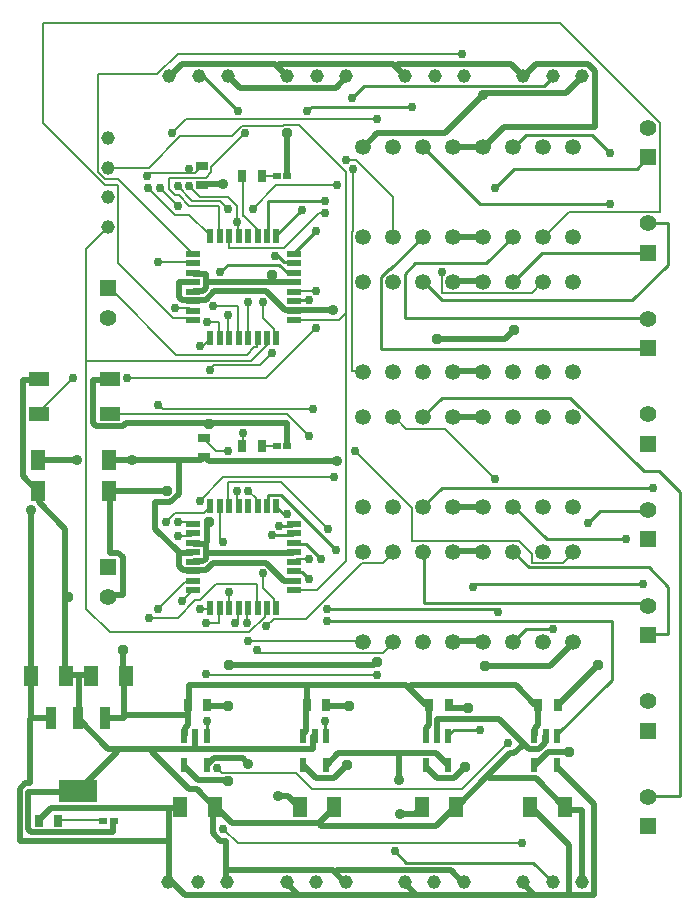
<source format=gbr>
G04 EAGLE Gerber RS-274X export*
G75*
%MOMM*%
%FSLAX34Y34*%
%LPD*%
%INTop Copper*%
%IPPOS*%
%AMOC8*
5,1,8,0,0,1.08239X$1,22.5*%
G01*
G04 Define Apertures*
%ADD10R,1.164600X1.815300*%
%ADD11R,1.188700X1.795500*%
%ADD12R,0.700000X0.500000*%
%ADD13C,1.343400*%
%ADD14R,0.897900X1.860300*%
%ADD15R,3.189100X1.860300*%
%ADD16R,1.270000X0.558800*%
%ADD17R,0.558800X1.270000*%
%ADD18R,1.408000X1.408000*%
%ADD19C,1.408000*%
%ADD20C,1.148000*%
%ADD21R,0.798700X0.973900*%
%ADD22R,0.973900X0.798700*%
%ADD23R,0.597100X1.186400*%
%ADD24R,1.815300X1.164600*%
%ADD25C,0.500000*%
%ADD26C,0.906400*%
%ADD27C,0.550000*%
%ADD28C,0.956400*%
%ADD29C,0.152400*%
%ADD30C,0.756400*%
%ADD31C,0.250000*%
D10*
X103654Y262900D03*
X74146Y262900D03*
X23346Y262900D03*
X52854Y262900D03*
X149785Y152400D03*
X179293Y152400D03*
D11*
X29700Y446099D03*
X29700Y419901D03*
D10*
X250772Y152400D03*
X280280Y152400D03*
X354120Y152400D03*
X383628Y152400D03*
D11*
X89700Y446099D03*
X89700Y419901D03*
D10*
X446333Y152400D03*
X475841Y152400D03*
D12*
X93400Y140500D03*
X84400Y140500D03*
X240400Y686100D03*
X231400Y686100D03*
X240400Y457500D03*
X231400Y457500D03*
D13*
X304800Y292100D03*
X330200Y292100D03*
X355600Y292100D03*
X381000Y292100D03*
X406400Y292100D03*
X431800Y292100D03*
X457200Y292100D03*
X482600Y292100D03*
X482600Y368300D03*
X457200Y368300D03*
X431800Y368300D03*
X406400Y368300D03*
X381000Y368300D03*
X355600Y368300D03*
X330200Y368300D03*
X304800Y368300D03*
D14*
X86500Y227450D03*
X63500Y227450D03*
X40500Y227450D03*
D15*
X63500Y165950D03*
D16*
X160274Y620300D03*
X160274Y612300D03*
X160274Y604300D03*
X160274Y596300D03*
X160274Y588300D03*
X160274Y580300D03*
X160274Y572300D03*
X160274Y564300D03*
D17*
X175200Y549374D03*
X183200Y549374D03*
X191200Y549374D03*
X199200Y549374D03*
X207200Y549374D03*
X215200Y549374D03*
X223200Y549374D03*
X231200Y549374D03*
D16*
X246126Y564300D03*
X246126Y572300D03*
X246126Y580300D03*
X246126Y588300D03*
X246126Y596300D03*
X246126Y604300D03*
X246126Y612300D03*
X246126Y620300D03*
D17*
X231200Y635226D03*
X223200Y635226D03*
X215200Y635226D03*
X207200Y635226D03*
X199200Y635226D03*
X191200Y635226D03*
X183200Y635226D03*
X175200Y635226D03*
D13*
X304800Y635000D03*
X330200Y635000D03*
X355600Y635000D03*
X381000Y635000D03*
X406400Y635000D03*
X431800Y635000D03*
X457200Y635000D03*
X482600Y635000D03*
X482600Y711200D03*
X457200Y711200D03*
X431800Y711200D03*
X406400Y711200D03*
X381000Y711200D03*
X355600Y711200D03*
X330200Y711200D03*
X304800Y711200D03*
X304800Y520700D03*
X330200Y520700D03*
X355600Y520700D03*
X381000Y520700D03*
X406400Y520700D03*
X431800Y520700D03*
X457200Y520700D03*
X482600Y520700D03*
X482600Y596900D03*
X457200Y596900D03*
X431800Y596900D03*
X406400Y596900D03*
X381000Y596900D03*
X355600Y596900D03*
X330200Y596900D03*
X304800Y596900D03*
D16*
X160274Y391700D03*
X160274Y383700D03*
X160274Y375700D03*
X160274Y367700D03*
X160274Y359700D03*
X160274Y351700D03*
X160274Y343700D03*
X160274Y335700D03*
D17*
X175200Y320774D03*
X183200Y320774D03*
X191200Y320774D03*
X199200Y320774D03*
X207200Y320774D03*
X215200Y320774D03*
X223200Y320774D03*
X231200Y320774D03*
D16*
X246126Y335700D03*
X246126Y343700D03*
X246126Y351700D03*
X246126Y359700D03*
X246126Y367700D03*
X246126Y375700D03*
X246126Y383700D03*
X246126Y391700D03*
D17*
X231200Y406626D03*
X223200Y406626D03*
X215200Y406626D03*
X207200Y406626D03*
X199200Y406626D03*
X191200Y406626D03*
X183200Y406626D03*
X175200Y406626D03*
D13*
X304800Y406400D03*
X330200Y406400D03*
X355600Y406400D03*
X381000Y406400D03*
X406400Y406400D03*
X431800Y406400D03*
X457200Y406400D03*
X482600Y406400D03*
X482600Y482600D03*
X457200Y482600D03*
X431800Y482600D03*
X406400Y482600D03*
X381000Y482600D03*
X355600Y482600D03*
X330200Y482600D03*
X304800Y482600D03*
D18*
X546100Y702400D03*
D19*
X546100Y727400D03*
D18*
X546100Y621457D03*
D19*
X546100Y646457D03*
D18*
X546100Y540514D03*
D19*
X546100Y565514D03*
D18*
X546100Y459571D03*
D19*
X546100Y484571D03*
D18*
X546100Y378629D03*
D19*
X546100Y403629D03*
D18*
X546100Y297686D03*
D19*
X546100Y322686D03*
D18*
X546100Y216743D03*
D19*
X546100Y241743D03*
D18*
X546100Y135800D03*
D19*
X546100Y160800D03*
D20*
X190300Y771100D03*
X165300Y771100D03*
X140300Y771100D03*
X290200Y771100D03*
X265200Y771100D03*
X240200Y771100D03*
X390100Y771100D03*
X365100Y771100D03*
X340100Y771100D03*
X490000Y771100D03*
X465000Y771100D03*
X440000Y771100D03*
X139700Y88200D03*
X164700Y88200D03*
X189700Y88200D03*
X239800Y88200D03*
X264800Y88200D03*
X289800Y88200D03*
X339900Y88200D03*
X364900Y88200D03*
X389900Y88200D03*
X440000Y88200D03*
X465000Y88200D03*
X490000Y88200D03*
D18*
X88900Y355300D03*
D19*
X88900Y330300D03*
D21*
X46252Y140500D03*
X29948Y140500D03*
X218652Y686100D03*
X202348Y686100D03*
D22*
X168500Y694952D03*
X168500Y678648D03*
D21*
X156322Y238700D03*
X172626Y238700D03*
X257309Y238700D03*
X273613Y238700D03*
X452974Y238700D03*
X469278Y238700D03*
D22*
X169900Y464952D03*
X169900Y448648D03*
D21*
X218652Y457500D03*
X202348Y457500D03*
X360761Y238700D03*
X377065Y238700D03*
D20*
X88900Y718500D03*
X88900Y693500D03*
X88900Y668500D03*
X88900Y643500D03*
D18*
X88900Y591500D03*
D19*
X88900Y566500D03*
D23*
X172139Y212644D03*
X162639Y212644D03*
X153139Y212644D03*
X153139Y187356D03*
X172139Y187356D03*
X273126Y212644D03*
X263626Y212644D03*
X254126Y212644D03*
X254126Y187356D03*
X273126Y187356D03*
X376474Y212644D03*
X366974Y212644D03*
X357474Y212644D03*
X357474Y187356D03*
X376474Y187356D03*
X468687Y212644D03*
X459187Y212644D03*
X449687Y212644D03*
X449687Y187356D03*
X468687Y187356D03*
D24*
X30000Y514754D03*
X30000Y485246D03*
X90000Y514754D03*
X90000Y485246D03*
D25*
X23750Y262500D02*
X23750Y227500D01*
X40000Y227500D01*
X23750Y262500D02*
X23346Y262900D01*
X40000Y227500D02*
X40500Y227450D01*
X40000Y151250D02*
X30000Y141250D01*
X140000Y151250D02*
X148750Y151250D01*
X140000Y151250D02*
X40000Y151250D01*
X30000Y141250D02*
X29948Y140500D01*
X148750Y151250D02*
X149785Y152400D01*
X140000Y150000D02*
X140000Y123750D01*
X140000Y88750D01*
X139700Y88200D01*
X140000Y150000D02*
X140000Y151250D01*
X22500Y172500D02*
X22500Y226250D01*
X22500Y172500D02*
X18750Y172500D01*
X13750Y167500D01*
X13750Y123750D01*
X138750Y123750D01*
X23750Y227500D02*
X22500Y226250D01*
X138750Y123750D02*
X140000Y123750D01*
X172500Y187500D02*
X178750Y193750D01*
X202500Y193750D01*
X207500Y188750D01*
X172500Y187500D02*
X172139Y187356D01*
X241250Y161250D02*
X250000Y152500D01*
X241250Y161250D02*
X232500Y161250D01*
X250000Y152500D02*
X250772Y152400D01*
X273750Y187500D02*
X283750Y197500D01*
X335000Y197500D02*
X366250Y197500D01*
X335000Y197500D02*
X283750Y197500D01*
X366250Y197500D02*
X376250Y187500D01*
X273750Y187500D02*
X273126Y187356D01*
X376250Y187500D02*
X376474Y187356D01*
X353750Y151250D02*
X348750Y146250D01*
X336250Y146250D01*
X353750Y151250D02*
X354120Y152400D01*
X468750Y186250D02*
X500000Y155000D01*
X500000Y77500D01*
X478750Y77500D02*
X450000Y77500D01*
X478750Y77500D02*
X500000Y77500D01*
X448750Y78750D02*
X440000Y87500D01*
X448750Y78750D02*
X450000Y77500D01*
X468750Y186250D02*
X468687Y187356D01*
X440000Y88200D02*
X440000Y87500D01*
X478750Y120000D02*
X447500Y151250D01*
X478750Y120000D02*
X478750Y78750D01*
X447500Y151250D02*
X446333Y152400D01*
X478750Y78750D02*
X478750Y77500D01*
X350000Y77500D02*
X348750Y78750D01*
X340000Y87500D01*
X350000Y77500D02*
X447500Y77500D01*
X340000Y87500D02*
X339900Y88200D01*
X447500Y77500D02*
X448750Y78750D01*
X335000Y175000D02*
X335000Y196250D01*
X335000Y197500D01*
X248750Y78750D02*
X250000Y77500D01*
X248750Y78750D02*
X240000Y87500D01*
X250000Y77500D02*
X347500Y77500D01*
X240000Y87500D02*
X239800Y88200D01*
X347500Y77500D02*
X348750Y78750D01*
X153750Y77500D02*
X142500Y88750D01*
X153750Y77500D02*
X247500Y77500D01*
X142500Y88750D02*
X139700Y88200D01*
X247500Y77500D02*
X248750Y78750D01*
X406250Y755000D02*
X407500Y756250D01*
X476250Y756250D01*
X490000Y770000D01*
X490000Y771100D01*
X170000Y680000D02*
X168750Y678750D01*
X170000Y680000D02*
X186250Y680000D01*
X168750Y678750D02*
X168500Y678648D01*
X281250Y761250D02*
X290000Y770000D01*
X281250Y761250D02*
X200000Y761250D01*
X191250Y770000D01*
X290000Y770000D02*
X290200Y771100D01*
X191250Y770000D02*
X190300Y771100D01*
X373750Y722500D02*
X405000Y753750D01*
X373750Y722500D02*
X316250Y722500D01*
X305000Y711250D01*
X405000Y753750D02*
X406250Y755000D01*
X305000Y711250D02*
X304800Y711200D01*
X160000Y352500D02*
X152500Y352500D01*
X148750Y356250D01*
X148750Y367500D01*
X160000Y367500D01*
X160000Y352500D02*
X160274Y351700D01*
X160000Y367500D02*
X160274Y367700D01*
X237500Y343750D02*
X245000Y343750D01*
X237500Y343750D02*
X222500Y358750D01*
X177500Y358750D01*
X171250Y352500D01*
X162500Y352500D01*
X245000Y343750D02*
X246126Y343700D01*
X162500Y352500D02*
X160274Y351700D01*
X167500Y446250D02*
X168750Y447500D01*
X108750Y446250D02*
X90000Y446250D01*
X108750Y446250D02*
X148750Y446250D01*
X167500Y446250D01*
X168750Y447500D02*
X169900Y448648D01*
X90000Y446250D02*
X89700Y446099D01*
X62500Y446250D02*
X30000Y446250D01*
X29700Y446099D01*
X128750Y387500D02*
X147500Y368750D01*
X128750Y387500D02*
X128750Y410000D01*
X141250Y410000D01*
X148750Y417500D01*
X148750Y445000D01*
X147500Y368750D02*
X148750Y367500D01*
X148750Y445000D02*
X148750Y446250D01*
X151250Y581250D02*
X160000Y581250D01*
X151250Y581250D02*
X148750Y583750D01*
X148750Y596250D01*
X160000Y596250D01*
X160000Y581250D02*
X160274Y580300D01*
X160000Y596250D02*
X160274Y596300D01*
X238750Y572500D02*
X245000Y572500D01*
X238750Y572500D02*
X222500Y588750D01*
X178750Y588750D01*
X171250Y581250D01*
X162500Y581250D01*
X245000Y572500D02*
X246126Y572300D01*
X162500Y581250D02*
X160274Y580300D01*
X247500Y572500D02*
X278750Y572500D01*
X247500Y572500D02*
X246126Y572300D01*
X171250Y447500D02*
X173750Y445000D01*
X282500Y445000D01*
X171250Y447500D02*
X169900Y448648D01*
X23750Y403750D02*
X23750Y265000D01*
X23346Y262900D01*
D26*
X207500Y188750D03*
X232500Y161250D03*
X336250Y146250D03*
X335000Y175000D03*
X406250Y755000D03*
X186250Y680000D03*
X62500Y446250D03*
X108750Y446250D03*
X278750Y572500D03*
X282500Y445000D03*
X23750Y403750D03*
D27*
X161250Y588750D02*
X168750Y588750D01*
X171250Y591250D01*
X171250Y596250D02*
X171250Y603750D01*
X171250Y596250D02*
X171250Y591250D01*
X171250Y603750D02*
X161250Y603750D01*
X161250Y588750D02*
X160274Y588300D01*
X161250Y603750D02*
X160274Y604300D01*
X173750Y596250D02*
X227500Y596250D01*
X245000Y596250D01*
X246126Y596300D01*
X173750Y596250D02*
X171250Y596250D01*
X240000Y686250D02*
X240000Y722500D01*
X240000Y686250D02*
X240400Y686100D01*
X151250Y781250D02*
X141250Y771250D01*
X151250Y781250D02*
X230000Y781250D01*
X231875Y779375D02*
X240000Y771250D01*
X231875Y779375D02*
X230000Y781250D01*
X141250Y771250D02*
X140300Y771100D01*
X240000Y771250D02*
X240200Y771100D01*
X330000Y781250D02*
X331875Y779375D01*
X340000Y771250D01*
X330000Y781250D02*
X233750Y781250D01*
X340000Y771250D02*
X340100Y771100D01*
X233750Y781250D02*
X231875Y779375D01*
X430000Y781250D02*
X440000Y771250D01*
X430000Y781250D02*
X333750Y781250D01*
X440000Y771250D02*
X440000Y771100D01*
X333750Y781250D02*
X331875Y779375D01*
X227500Y602500D02*
X227500Y598750D01*
X227500Y596250D01*
X381250Y711250D02*
X406250Y711250D01*
X381250Y711250D02*
X381000Y711200D01*
X406250Y711250D02*
X406400Y711200D01*
X406250Y597500D02*
X381250Y597500D01*
X381000Y596900D01*
X406250Y597500D02*
X406400Y596900D01*
X406250Y635000D02*
X381250Y635000D01*
X381000Y635000D01*
X406250Y635000D02*
X406400Y635000D01*
X406250Y482500D02*
X381250Y482500D01*
X381000Y482600D01*
X406250Y482500D02*
X406400Y482600D01*
X406250Y521250D02*
X381250Y521250D01*
X381000Y520700D01*
X406250Y521250D02*
X406400Y520700D01*
X406250Y406250D02*
X381250Y406250D01*
X381000Y406400D01*
X406250Y406250D02*
X406400Y406400D01*
X406250Y292500D02*
X381250Y292500D01*
X381000Y292100D01*
X406250Y292500D02*
X406400Y292100D01*
X406250Y368750D02*
X381250Y368750D01*
X381000Y368300D01*
X406250Y368750D02*
X406400Y368300D01*
X168750Y360000D02*
X161250Y360000D01*
X168750Y360000D02*
X171250Y362500D01*
X171250Y367500D02*
X171250Y375000D01*
X171250Y367500D02*
X171250Y362500D01*
X171250Y375000D02*
X161250Y375000D01*
X161250Y360000D02*
X160274Y359700D01*
X161250Y375000D02*
X160274Y375700D01*
X173750Y367500D02*
X245000Y367500D01*
X246126Y367700D01*
X173750Y367500D02*
X171250Y367500D01*
X240000Y457500D02*
X240000Y477500D01*
X173750Y477500D02*
X103750Y477500D01*
X173750Y477500D02*
X240000Y477500D01*
X103750Y477500D02*
X101250Y475000D01*
X78750Y475000D01*
X76250Y477500D01*
X76250Y513750D01*
X90000Y513750D01*
X240000Y457500D02*
X240400Y457500D01*
X90000Y513750D02*
X90000Y514754D01*
X172500Y393750D02*
X172500Y377500D01*
X172500Y393750D02*
X173750Y393750D01*
X172500Y377500D02*
X171250Y375000D01*
X173750Y476250D02*
X173750Y477500D01*
X367500Y226250D02*
X367500Y213750D01*
X367500Y226250D02*
X420000Y226250D01*
X440625Y205625D02*
X445000Y201250D01*
X440625Y205625D02*
X420000Y226250D01*
X445000Y201250D02*
X453750Y201250D01*
X458750Y206250D01*
X458750Y212500D01*
X367500Y213750D02*
X366974Y212644D01*
X458750Y212500D02*
X459187Y212644D01*
X428750Y197500D02*
X409375Y178125D01*
X383750Y152500D01*
X428750Y197500D02*
X432500Y197500D01*
X438750Y203750D01*
X383750Y152500D02*
X383628Y152400D01*
X438750Y203750D02*
X440625Y205625D01*
X451250Y176250D02*
X475000Y152500D01*
X451250Y176250D02*
X411250Y176250D01*
X475000Y152500D02*
X475841Y152400D01*
X411250Y176250D02*
X409375Y178125D01*
X490000Y150000D02*
X490000Y88750D01*
X490000Y150000D02*
X476250Y150000D01*
X490000Y88750D02*
X490000Y88200D01*
X476250Y150000D02*
X475841Y152400D01*
X90000Y367500D02*
X90000Y418750D01*
X90000Y367500D02*
X97500Y367500D01*
X101250Y363750D01*
X101250Y331250D01*
X90000Y331250D01*
X90000Y418750D02*
X89700Y419901D01*
X90000Y331250D02*
X88900Y330300D01*
X28750Y420000D02*
X16250Y432500D01*
X16250Y513750D01*
X30000Y513750D01*
X28750Y420000D02*
X29700Y419901D01*
X30000Y513750D02*
X30000Y514754D01*
X92500Y140000D02*
X92500Y131250D01*
X23750Y131250D01*
X21250Y133750D01*
X21250Y165000D01*
X62500Y165000D01*
X92500Y140000D02*
X93400Y140500D01*
X63500Y165950D02*
X62500Y165000D01*
X63750Y263750D02*
X73750Y263750D01*
X63750Y263750D02*
X53750Y263750D01*
X52854Y262900D01*
X73750Y263750D02*
X74146Y262900D01*
X162500Y212500D02*
X162500Y201250D01*
X96250Y201250D02*
X88750Y201250D01*
X96250Y201250D02*
X126250Y201250D01*
X162500Y201250D01*
X88750Y201250D02*
X63750Y226250D01*
X162500Y212500D02*
X162639Y212644D01*
X63750Y226250D02*
X63500Y227450D01*
X262500Y212500D02*
X262500Y201250D01*
X165000Y201250D01*
X262500Y212500D02*
X263626Y212644D01*
X165000Y201250D02*
X162500Y201250D01*
X163750Y167500D02*
X178750Y152500D01*
X163750Y167500D02*
X157500Y167500D01*
X126250Y198750D01*
X178750Y152500D02*
X179293Y152400D01*
X126250Y198750D02*
X126250Y201250D01*
X267500Y138750D02*
X280000Y151250D01*
X267500Y138750D02*
X193750Y138750D01*
X181250Y151250D01*
X280000Y151250D02*
X280280Y152400D01*
X181250Y151250D02*
X179293Y152400D01*
X188750Y123750D02*
X188750Y98750D01*
X188750Y88750D01*
X188750Y123750D02*
X183750Y123750D01*
X177500Y130000D01*
X177500Y150000D01*
X188750Y88750D02*
X189700Y88200D01*
X177500Y150000D02*
X179293Y152400D01*
X278750Y98750D02*
X280625Y96875D01*
X288750Y88750D01*
X278750Y98750D02*
X191250Y98750D01*
X288750Y88750D02*
X289800Y88200D01*
X191250Y98750D02*
X188750Y98750D01*
X378750Y98750D02*
X388750Y88750D01*
X378750Y98750D02*
X282500Y98750D01*
X388750Y88750D02*
X389900Y88200D01*
X282500Y98750D02*
X280625Y96875D01*
X63750Y230000D02*
X63750Y261250D01*
X63750Y263750D01*
X63750Y230000D02*
X63500Y227450D01*
X96250Y198750D02*
X65000Y167500D01*
X63500Y165950D01*
X96250Y198750D02*
X96250Y201250D01*
X30000Y410000D02*
X30000Y417500D01*
X30000Y410000D02*
X52500Y387500D01*
X52500Y330000D02*
X52500Y266250D01*
X52500Y330000D02*
X52500Y387500D01*
X30000Y417500D02*
X29700Y419901D01*
X52500Y266250D02*
X52854Y262900D01*
X52500Y330000D02*
X55000Y330000D01*
X366250Y136250D02*
X381250Y151250D01*
X366250Y136250D02*
X268750Y136250D01*
X381250Y151250D02*
X383628Y152400D01*
X268750Y136250D02*
X267500Y138750D01*
X138750Y420000D02*
X92500Y420000D01*
X89700Y419901D01*
X442500Y772500D02*
X451250Y781250D01*
X495000Y781250D01*
X501250Y775000D01*
X501250Y727500D01*
X423750Y727500D01*
X408750Y712500D01*
X440000Y771100D02*
X442500Y772500D01*
X408750Y712500D02*
X406400Y711200D01*
D28*
X240000Y722500D03*
X227500Y602500D03*
X173750Y393750D03*
X173750Y476250D03*
X55000Y330000D03*
X138750Y420000D03*
D29*
X83750Y141250D02*
X47500Y141250D01*
X83750Y141250D02*
X84400Y140500D01*
X47500Y141250D02*
X46252Y140500D01*
D27*
X173750Y237500D02*
X190000Y237500D01*
X188750Y175000D02*
X190000Y173750D01*
X188750Y175000D02*
X165000Y175000D01*
X153750Y186250D01*
X173750Y237500D02*
X172626Y238700D01*
X153139Y187356D02*
X153750Y186250D01*
X313750Y272500D02*
X316250Y275000D01*
X313750Y272500D02*
X191250Y272500D01*
D28*
X190000Y237500D03*
X190000Y173750D03*
X316250Y275000D03*
X191250Y272500D03*
D29*
X162500Y688750D02*
X167500Y693750D01*
X157500Y688750D02*
X123750Y688750D01*
X157500Y688750D02*
X162500Y688750D01*
X123750Y688750D02*
X121250Y686250D01*
X167500Y693750D02*
X168500Y694952D01*
X170000Y463750D02*
X180000Y453750D01*
X190000Y453750D01*
X197500Y420000D02*
X197500Y407500D01*
X198750Y407500D01*
X170000Y463750D02*
X169900Y464952D01*
X198750Y407500D02*
X199200Y406626D01*
X198750Y636250D02*
X198750Y647500D01*
X197500Y647500D01*
X198750Y636250D02*
X199200Y635226D01*
X157500Y688750D02*
X157500Y692500D01*
X157500Y677500D02*
X166250Y668750D01*
X190000Y668750D01*
X197500Y661250D01*
X197500Y647500D01*
D30*
X121250Y686250D03*
X190000Y453750D03*
X197500Y420000D03*
X197500Y647500D03*
X157500Y692500D03*
X157500Y677500D03*
D31*
X231250Y636250D02*
X252500Y657500D01*
X257500Y741250D02*
X261250Y745000D01*
X346250Y745000D01*
X231250Y636250D02*
X231200Y635226D01*
D30*
X252500Y657500D03*
X257500Y741250D03*
X346250Y745000D03*
D31*
X223750Y665000D02*
X223750Y636250D01*
X223750Y665000D02*
X272500Y665000D01*
X295000Y752500D02*
X305000Y762500D01*
X457500Y762500D01*
X465000Y770000D01*
X223750Y636250D02*
X223200Y635226D01*
X465000Y770000D02*
X465000Y771100D01*
D30*
X272500Y665000D03*
X295000Y752500D03*
D31*
X265000Y640000D02*
X246250Y621250D01*
X246126Y620300D01*
D30*
X265000Y640000D03*
D31*
X243750Y613750D02*
X245000Y612500D01*
X243750Y613750D02*
X237500Y613750D01*
X232500Y618750D01*
X230000Y618750D01*
X198750Y741250D02*
X170000Y770000D01*
X166250Y770000D01*
X245000Y612500D02*
X246126Y612300D01*
X166250Y770000D02*
X165300Y771100D01*
D30*
X230000Y618750D03*
X198750Y741250D03*
D31*
X172500Y225000D02*
X172500Y213750D01*
X183750Y605000D02*
X190000Y611250D01*
X233750Y611250D01*
X240000Y605000D01*
X245000Y605000D01*
X172500Y213750D02*
X172139Y212644D01*
X246126Y604300D02*
X245000Y605000D01*
D30*
X172500Y225000D03*
X183750Y605000D03*
D31*
X272500Y225000D02*
X272500Y213750D01*
X258750Y581250D02*
X246250Y581250D01*
X272500Y213750D02*
X273126Y212644D01*
X246126Y580300D02*
X246250Y581250D01*
D30*
X272500Y225000D03*
X258750Y581250D03*
D29*
X215000Y341250D02*
X215000Y321250D01*
X215000Y341250D02*
X180000Y341250D01*
X166250Y327500D01*
X162500Y327500D01*
X147500Y312500D01*
X123750Y312500D01*
X215000Y321250D02*
X215200Y320774D01*
D30*
X123750Y312500D03*
D29*
X70000Y624600D02*
X88900Y643500D01*
X70000Y624600D02*
X70000Y530000D01*
X210000Y530000D01*
X223200Y543200D01*
X223200Y549374D01*
X70000Y530000D02*
X70000Y320000D01*
X90000Y300000D01*
X221156Y313114D02*
X221156Y318730D01*
X223200Y320774D01*
X208042Y300000D02*
X90000Y300000D01*
X208042Y300000D02*
X221156Y313114D01*
D30*
X220000Y580000D03*
D29*
X229156Y551418D02*
X231200Y549374D01*
X229156Y551418D02*
X229156Y557034D01*
X220000Y566190D02*
X220000Y580000D01*
X220000Y566190D02*
X229156Y557034D01*
D30*
X220000Y350000D03*
D29*
X229156Y322818D02*
X231200Y320774D01*
X229156Y322818D02*
X229156Y328434D01*
X220000Y337590D02*
X220000Y350000D01*
X220000Y337590D02*
X229156Y328434D01*
X246126Y564300D02*
X284300Y564300D01*
X290000Y570000D01*
X290000Y690000D01*
X123500Y693500D02*
X88900Y693500D01*
X246126Y335700D02*
X265700Y335700D01*
X270000Y340000D01*
X290000Y360000D01*
X290000Y570000D01*
X193245Y720000D02*
X150000Y720000D01*
X193245Y720000D02*
X202289Y729044D01*
X150000Y720000D02*
X123500Y693500D01*
X236548Y729044D02*
X237072Y729568D01*
X250432Y729568D02*
X290000Y690000D01*
X250432Y729568D02*
X237072Y729568D01*
X236548Y729044D02*
X202289Y729044D01*
X198750Y576250D02*
X198750Y550000D01*
X198750Y576250D02*
X177500Y576250D01*
X147500Y661250D02*
X132500Y676250D01*
X142500Y722500D02*
X155000Y735000D01*
X316250Y735000D01*
X198750Y550000D02*
X199200Y549374D01*
D30*
X177500Y576250D03*
X147500Y661250D03*
X132500Y676250D03*
X142500Y722500D03*
X316250Y735000D03*
D29*
X157500Y575000D02*
X160000Y572500D01*
X157500Y575000D02*
X145000Y575000D01*
X160000Y572500D02*
X160274Y572300D01*
D30*
X145000Y575000D03*
D29*
X218750Y686250D02*
X231250Y686250D01*
X231400Y686100D01*
X218750Y686250D02*
X218652Y686100D01*
X158750Y566250D02*
X160000Y565000D01*
X158750Y566250D02*
X143750Y566250D01*
X97500Y612500D01*
X97500Y678750D01*
X86250Y678750D01*
X33750Y731250D01*
X33750Y816250D01*
X471250Y816250D01*
X556250Y731250D01*
X556250Y656250D01*
X478750Y656250D01*
X457500Y635000D01*
X160274Y564300D02*
X160000Y565000D01*
X457200Y635000D02*
X457500Y635000D01*
X191250Y635000D02*
X191250Y625000D01*
X237500Y625000D01*
X267500Y655000D01*
X272500Y655000D01*
X290000Y700000D02*
X298750Y700000D01*
X330000Y668750D01*
X330000Y635000D01*
X191250Y635000D02*
X191200Y635226D01*
X330000Y635000D02*
X330200Y635000D01*
D30*
X272500Y655000D03*
X290000Y700000D03*
D29*
X182500Y661250D02*
X182500Y636250D01*
X182500Y661250D02*
X157500Y661250D01*
X148750Y670000D01*
X145000Y670000D01*
X140000Y675000D01*
X140000Y685000D01*
X182500Y636250D02*
X183200Y635226D01*
D30*
X205000Y722500D03*
D29*
X176132Y693632D01*
X176132Y689814D01*
X171317Y685000D01*
X140000Y685000D01*
X157500Y653750D02*
X175000Y636250D01*
X157500Y653750D02*
X145000Y653750D01*
X122500Y676250D01*
X371250Y605000D02*
X371250Y587500D01*
X447500Y587500D01*
X456250Y596250D01*
X175200Y635226D02*
X175000Y636250D01*
X456250Y596250D02*
X457200Y596900D01*
D30*
X122500Y676250D03*
X371250Y605000D03*
D29*
X160000Y612500D02*
X158750Y613750D01*
X131250Y613750D01*
X160000Y612500D02*
X160274Y612300D01*
D30*
X131250Y613750D03*
D29*
X190000Y568750D02*
X190000Y550000D01*
X190000Y658750D02*
X183750Y665000D01*
X160000Y665000D01*
X147500Y677500D01*
X190000Y550000D02*
X191200Y549374D01*
D30*
X190000Y568750D03*
X190000Y658750D03*
X147500Y677500D03*
D29*
X202500Y685000D02*
X202500Y652500D01*
X203750Y652500D01*
X215000Y641250D01*
X215000Y636250D01*
X202500Y685000D02*
X202348Y686100D01*
X215000Y636250D02*
X215200Y635226D01*
X207500Y580000D02*
X207500Y550000D01*
X211250Y658750D02*
X231250Y678750D01*
X282500Y678750D01*
X296250Y692500D02*
X296250Y640000D01*
X295000Y638750D01*
X295000Y521250D01*
X303750Y521250D01*
X207500Y550000D02*
X207200Y549374D01*
X303750Y521250D02*
X304800Y520700D01*
D30*
X207500Y580000D03*
X211250Y658750D03*
X282500Y678750D03*
X296250Y692500D03*
D29*
X160000Y621250D02*
X97500Y683750D01*
X86250Y683750D01*
X80000Y690000D01*
X80000Y772500D01*
X130000Y772500D01*
X147500Y790000D01*
X388750Y790000D01*
X160000Y621250D02*
X160274Y620300D01*
D30*
X388750Y790000D03*
D29*
X175000Y548750D02*
X168750Y542500D01*
X166250Y542500D01*
X178750Y526250D02*
X175000Y522500D01*
X178750Y526250D02*
X217500Y526250D01*
X227500Y536250D01*
X175200Y549374D02*
X175000Y548750D01*
D30*
X166250Y542500D03*
X175000Y522500D03*
X227500Y536250D03*
D29*
X182500Y550000D02*
X182500Y562500D01*
X172500Y562500D01*
X182500Y550000D02*
X183200Y549374D01*
D30*
X172500Y562500D03*
D31*
X416250Y676250D02*
X432500Y692500D01*
X536250Y692500D01*
X545000Y701250D01*
X546100Y702400D01*
D30*
X416250Y676250D03*
D31*
X456250Y621250D02*
X432500Y597500D01*
X456250Y621250D02*
X545000Y621250D01*
X432500Y597500D02*
X431800Y596900D01*
X545000Y621250D02*
X546100Y621457D01*
X371250Y581250D02*
X356250Y596250D01*
X371250Y581250D02*
X532500Y581250D01*
X562500Y611250D01*
X562500Y646250D01*
X546250Y646250D01*
X356250Y596250D02*
X355600Y596900D01*
X546100Y646457D02*
X546250Y646250D01*
X355000Y635000D02*
X327500Y607500D01*
X326250Y607500D01*
X320000Y601250D01*
X320000Y540000D01*
X545000Y540000D01*
X355600Y635000D02*
X355000Y635000D01*
X545000Y540000D02*
X546100Y540514D01*
X431250Y635000D02*
X408750Y612500D01*
X348750Y612500D01*
X340000Y603750D01*
X340000Y566250D01*
X545000Y566250D01*
X431800Y635000D02*
X431250Y635000D01*
X545000Y566250D02*
X546100Y565514D01*
X432500Y711250D02*
X442500Y721250D01*
X498750Y721250D01*
X513750Y706250D01*
X432500Y711250D02*
X431800Y711200D01*
D30*
X513750Y706250D03*
D31*
X403750Y662500D02*
X356250Y710000D01*
X403750Y662500D02*
X513750Y662500D01*
X356250Y710000D02*
X355600Y711200D01*
D30*
X513750Y662500D03*
D27*
X292500Y237500D02*
X273750Y237500D01*
X291250Y187500D02*
X280000Y176250D01*
X265000Y176250D01*
X255000Y186250D01*
X273750Y237500D02*
X273613Y238700D01*
X254126Y187356D02*
X255000Y186250D01*
X425000Y548750D02*
X432500Y556250D01*
X425000Y548750D02*
X367500Y548750D01*
D28*
X292500Y237500D03*
X291250Y187500D03*
X432500Y556250D03*
X367500Y548750D03*
D29*
X231250Y457500D02*
X218750Y457500D01*
X231250Y457500D02*
X231400Y457500D01*
X218750Y457500D02*
X218652Y457500D01*
X202500Y457500D02*
X202500Y468750D01*
X207500Y420000D02*
X215000Y412500D01*
X215000Y407500D01*
X202500Y457500D02*
X202348Y457500D01*
X215000Y407500D02*
X215200Y406626D01*
D30*
X202500Y468750D03*
X207500Y420000D03*
D31*
X397500Y338750D02*
X400000Y341250D01*
X541250Y341250D01*
D30*
X397500Y338750D03*
X541250Y341250D03*
D31*
X442500Y302500D02*
X432500Y292500D01*
X442500Y302500D02*
X465000Y302500D01*
X495000Y392500D02*
X505000Y402500D01*
X545000Y402500D01*
X432500Y292500D02*
X431800Y292100D01*
X545000Y402500D02*
X546100Y403629D01*
D30*
X465000Y302500D03*
X495000Y392500D03*
D31*
X445000Y355000D02*
X432500Y367500D01*
X445000Y355000D02*
X546250Y355000D01*
X562500Y338750D01*
X562500Y298750D01*
X546250Y298750D01*
X432500Y367500D02*
X431800Y368300D01*
X546250Y298750D02*
X546100Y297686D01*
X356250Y325000D02*
X356250Y367500D01*
X356250Y325000D02*
X543750Y325000D01*
X545000Y323750D01*
X356250Y367500D02*
X355600Y368300D01*
X545000Y323750D02*
X546100Y322686D01*
X371250Y422500D02*
X356250Y407500D01*
X371250Y422500D02*
X550000Y422500D01*
X356250Y407500D02*
X355600Y406400D01*
D30*
X550000Y422500D03*
D31*
X460000Y378750D02*
X432500Y406250D01*
X460000Y378750D02*
X527500Y378750D01*
X432500Y406250D02*
X431800Y406400D01*
D30*
X527500Y378750D03*
D31*
X371250Y498750D02*
X356250Y483750D01*
X371250Y498750D02*
X480000Y498750D01*
X542500Y436250D01*
X555000Y436250D01*
X572500Y418750D01*
X572500Y161250D01*
X546250Y161250D01*
X355600Y482600D02*
X356250Y483750D01*
X546250Y161250D02*
X546100Y160800D01*
D27*
X156250Y221250D02*
X156250Y230000D01*
X156250Y237500D01*
X156250Y221250D02*
X153750Y218750D01*
X153750Y213750D01*
X156250Y237500D02*
X156322Y238700D01*
X153750Y213750D02*
X153139Y212644D01*
X102500Y227500D02*
X102500Y230000D01*
X102500Y262500D01*
X102500Y227500D02*
X87500Y227500D01*
X102500Y262500D02*
X103654Y262900D01*
X87500Y227500D02*
X86500Y227450D01*
X105000Y230000D02*
X153750Y230000D01*
X156250Y230000D01*
X105000Y230000D02*
X102500Y230000D01*
X101250Y265000D02*
X101250Y285000D01*
X101250Y265000D02*
X103654Y262900D01*
X452500Y237500D02*
X452500Y221250D01*
X450000Y218750D01*
X450000Y213750D01*
X452500Y237500D02*
X452974Y238700D01*
X450000Y213750D02*
X449687Y212644D01*
X256250Y216250D02*
X256250Y237500D01*
X256250Y216250D02*
X253750Y213750D01*
X256250Y237500D02*
X257309Y238700D01*
X253750Y213750D02*
X254126Y212644D01*
X360000Y221250D02*
X360000Y237500D01*
X360000Y221250D02*
X357500Y218750D01*
X357500Y213750D01*
X360000Y237500D02*
X360761Y238700D01*
X357500Y213750D02*
X357474Y212644D01*
X257500Y241250D02*
X257500Y255000D01*
X341250Y255000D01*
X343125Y253125D02*
X357500Y238750D01*
X343125Y253125D02*
X341250Y255000D01*
X257500Y241250D02*
X257309Y238700D01*
X357500Y238750D02*
X360761Y238700D01*
X433750Y255000D02*
X450000Y238750D01*
X433750Y255000D02*
X345000Y255000D01*
X450000Y238750D02*
X452974Y238700D01*
X345000Y255000D02*
X343125Y253125D01*
X157500Y255000D02*
X157500Y241250D01*
X157500Y255000D02*
X255000Y255000D01*
X157500Y241250D02*
X156322Y238700D01*
X255000Y255000D02*
X257500Y255000D01*
D28*
X101250Y285000D03*
D31*
X377500Y213750D02*
X381250Y217500D01*
X403750Y217500D01*
X418750Y317500D02*
X416250Y320000D01*
X273750Y320000D01*
X268750Y362500D02*
X256250Y375000D01*
X246250Y375000D01*
X377500Y213750D02*
X376474Y212644D01*
X246250Y375000D02*
X246126Y375700D01*
D30*
X403750Y217500D03*
X418750Y317500D03*
X273750Y320000D03*
X268750Y362500D03*
D31*
X468750Y213750D02*
X515000Y260000D01*
X515000Y310000D01*
X273750Y310000D01*
X258750Y345000D02*
X252500Y351250D01*
X246250Y351250D01*
X468750Y213750D02*
X468687Y212644D01*
X246250Y351250D02*
X246126Y351700D01*
D30*
X273750Y310000D03*
X258750Y345000D03*
D31*
X245000Y382500D02*
X227500Y382500D01*
X245000Y382500D02*
X246126Y383700D01*
D30*
X227500Y382500D03*
D31*
X243750Y390000D02*
X245000Y391250D01*
X243750Y390000D02*
X233750Y390000D01*
X245000Y391250D02*
X246126Y391700D01*
D30*
X233750Y390000D03*
D31*
X237500Y400000D02*
X231250Y406250D01*
X237500Y400000D02*
X240000Y400000D01*
X231250Y406250D02*
X231200Y406626D01*
D30*
X240000Y400000D03*
D31*
X223750Y407500D02*
X223750Y416250D01*
X235000Y416250D01*
X281250Y370000D01*
X331250Y115000D02*
X341250Y105000D01*
X448750Y105000D01*
X465000Y88750D01*
X223200Y406626D02*
X223750Y407500D01*
X465000Y88750D02*
X465000Y88200D01*
D30*
X281250Y370000D03*
X331250Y115000D03*
D29*
X198750Y307500D02*
X198750Y320000D01*
X198750Y307500D02*
X196250Y307500D01*
X373750Y472500D02*
X416250Y430000D01*
X373750Y472500D02*
X341250Y472500D01*
X331250Y482500D01*
X199200Y320774D02*
X198750Y320000D01*
X330200Y482600D02*
X331250Y482500D01*
D30*
X196250Y307500D03*
X416250Y430000D03*
D29*
X206250Y320000D02*
X206250Y307500D01*
X207500Y292500D02*
X303750Y292500D01*
X207200Y320774D02*
X206250Y320000D01*
X303750Y292500D02*
X304800Y292100D01*
D30*
X206250Y307500D03*
X207500Y292500D03*
D29*
X160000Y342500D02*
X153750Y342500D01*
X131250Y320000D01*
X160000Y342500D02*
X160274Y343700D01*
D30*
X131250Y320000D03*
D29*
X151250Y326250D02*
X160000Y335000D01*
X181250Y185000D02*
X185000Y181250D01*
X247500Y181250D01*
X261250Y167500D01*
X388750Y167500D01*
X427500Y206250D01*
X160000Y335000D02*
X160274Y335700D01*
D30*
X151250Y326250D03*
X181250Y185000D03*
X427500Y206250D03*
D29*
X190000Y407500D02*
X190000Y427500D01*
X235000Y427500D01*
X275000Y387500D01*
X191200Y406626D02*
X190000Y407500D01*
D30*
X275000Y387500D03*
D29*
X183750Y376250D02*
X183750Y406250D01*
X183750Y376250D02*
X186250Y376250D01*
X228750Y311250D02*
X222500Y305000D01*
X228750Y311250D02*
X256250Y311250D01*
X303750Y358750D01*
X321250Y358750D01*
X330000Y367500D01*
X183750Y406250D02*
X183200Y406626D01*
X330200Y368300D02*
X330000Y367500D01*
D30*
X186250Y376250D03*
X222500Y305000D03*
D29*
X170000Y401250D02*
X175000Y406250D01*
X170000Y401250D02*
X145000Y401250D01*
X137500Y393750D01*
X175000Y406250D02*
X175200Y406626D01*
D30*
X137500Y393750D03*
D29*
X158750Y393750D02*
X160000Y392500D01*
X158750Y393750D02*
X147500Y393750D01*
X135000Y488750D02*
X131250Y492500D01*
X135000Y488750D02*
X262500Y488750D01*
X297500Y453750D02*
X346250Y405000D01*
X346250Y377500D01*
X436250Y377500D01*
X447500Y366250D01*
X447500Y358750D01*
X473750Y358750D01*
X482500Y367500D01*
X160274Y391700D02*
X160000Y392500D01*
X482500Y367500D02*
X482600Y368300D01*
D30*
X147500Y393750D03*
X131250Y492500D03*
X262500Y488750D03*
X297500Y453750D03*
D29*
X160000Y382500D02*
X158750Y381250D01*
X147500Y381250D01*
X186250Y133750D02*
X198750Y121250D01*
X438750Y121250D01*
X160000Y382500D02*
X160274Y383700D01*
D30*
X147500Y381250D03*
X186250Y133750D03*
X438750Y121250D03*
D29*
X191250Y321250D02*
X191250Y333750D01*
X215000Y285000D02*
X217500Y282500D01*
X321250Y282500D01*
X330000Y291250D01*
X191200Y320774D02*
X191250Y321250D01*
X330000Y291250D02*
X330200Y292100D01*
D30*
X191250Y333750D03*
X215000Y285000D03*
D29*
X182500Y307500D02*
X182500Y320000D01*
X182500Y307500D02*
X171250Y307500D01*
X171250Y265000D02*
X172500Y263750D01*
X316250Y263750D01*
X183200Y320774D02*
X182500Y320000D01*
D30*
X171250Y307500D03*
X171250Y265000D03*
X316250Y263750D03*
D29*
X175000Y320000D02*
X166250Y320000D01*
X166250Y411250D02*
X186250Y431250D01*
X280000Y431250D01*
X175200Y320774D02*
X175000Y320000D01*
D30*
X166250Y320000D03*
X166250Y411250D03*
X280000Y431250D03*
D29*
X215000Y541250D02*
X215000Y548750D01*
X215000Y541250D02*
X212500Y541250D01*
X206250Y535000D01*
X146250Y535000D01*
X90000Y591250D01*
X215200Y549374D02*
X215000Y548750D01*
X90000Y591250D02*
X88900Y591500D01*
D27*
X377500Y237500D02*
X378750Y236250D01*
X393750Y236250D01*
X391250Y186250D02*
X381250Y176250D01*
X367500Y176250D01*
X357500Y186250D01*
X377500Y237500D02*
X377065Y238700D01*
X357474Y187356D02*
X357500Y186250D01*
X462500Y271250D02*
X482500Y291250D01*
X462500Y271250D02*
X407500Y271250D01*
X482500Y291250D02*
X482600Y292100D01*
D28*
X393750Y236250D03*
X391250Y186250D03*
X407500Y271250D03*
D27*
X470000Y238750D02*
X503750Y272500D01*
X470000Y238750D02*
X469278Y238700D01*
X461250Y198750D02*
X450000Y187500D01*
X461250Y198750D02*
X478750Y198750D01*
X450000Y187500D02*
X449687Y187356D01*
D28*
X503750Y272500D03*
X478750Y198750D03*
D29*
X265000Y588750D02*
X246250Y588750D01*
X265000Y557500D02*
X222500Y515000D01*
X105000Y515000D01*
X58750Y515000D02*
X30000Y486250D01*
X246126Y588300D02*
X246250Y588750D01*
X30000Y486250D02*
X30000Y485246D01*
D30*
X265000Y588750D03*
X265000Y557500D03*
X105000Y515000D03*
X58750Y515000D03*
D29*
X246250Y360000D02*
X248750Y362500D01*
X258750Y362500D01*
X258750Y466250D02*
X240000Y485000D01*
X90000Y485000D01*
X246250Y360000D02*
X246126Y359700D01*
X90000Y485000D02*
X90000Y485246D01*
D30*
X258750Y362500D03*
X258750Y466250D03*
M02*

</source>
